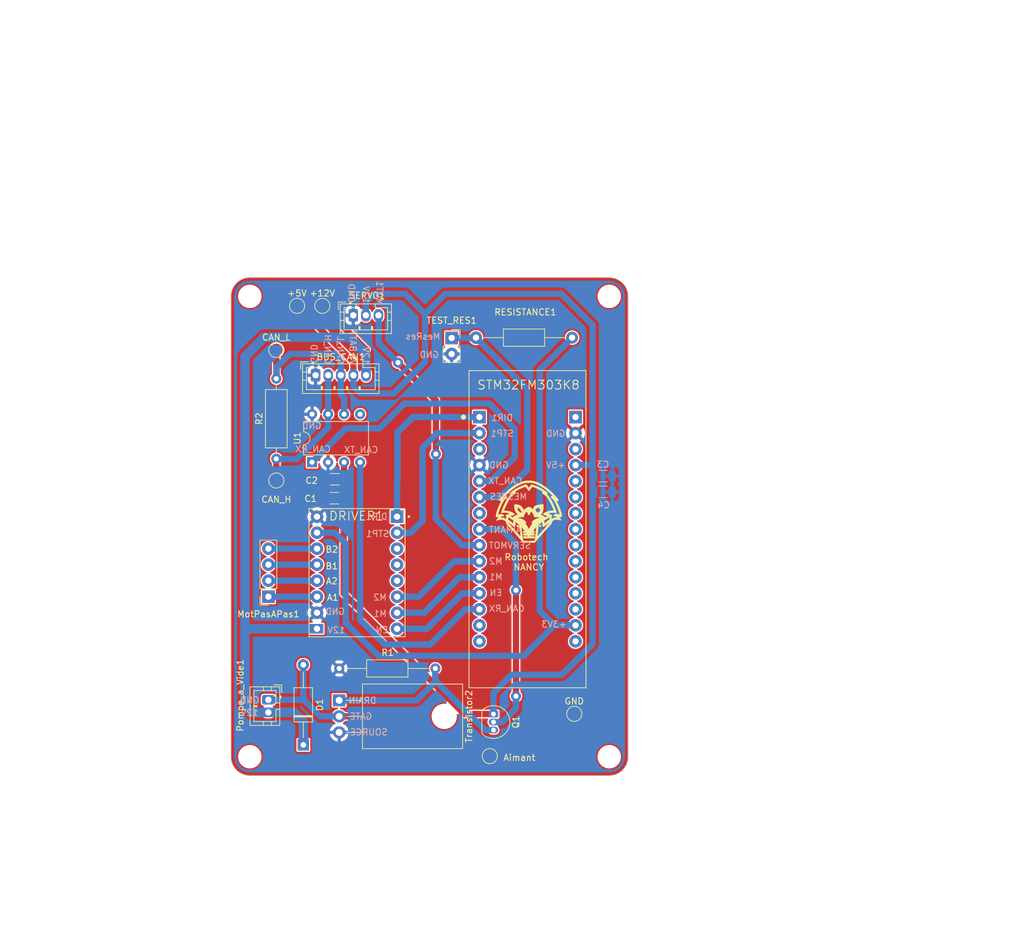
<source format=kicad_pcb>
(kicad_pcb (version 20211014) (generator pcbnew)
  (layers (0 "F.Cu" signal) (31 "B.Cu" signal) (34 "B.Paste" user) (35 "F.Paste" user) (36 "B.SilkS" user "B.Silkscreen") (37 "F.SilkS" user "F.Silkscreen") (38 "B.Mask" user) (39 "F.Mask" user) (44 "Edge.Cuts" user))
  (net 0 "")
  (net 1 "Net-(RESISTANCE1-Pad2)")
  (net 2 "MOT1")
  (net 4 "GND")
  (net 5 "+5V")
  (net 6 "CAN_TX")
  (net 7 "CAN_RX")
  (net 8 "+3V3")
  (net 9 "CAN_L")
  (net 10 "CAN_H")
  (net 13 "Stp1")
  (net 14 "Dir1")
  (net 17 "2B")
  (net 18 "2A")
  (net 19 "1A")
  (net 20 "1B")
  (net 21 "M2")
  (net 22 "M1")
  (net 23 "EN")
  (net 35 "Net-(D1-Pad2)")
  (net 36 "AIMANT")
  (net 37 "+12V")
  (net 41 "Net-(Transistor2-Pad1)")
  (footprint "Connector_PinSocket_2.54mm:PinSocket_1x02_P2.54mm_Vertical" (layer "F.Cu") (at 175.006 69.596)
    (fp_text reference "TEST_RES1" (at 0 -2.77) (layer "F.SilkS"))
    (fp_text value "Conn_01x02")
    (pad "1" thru_hole rect locked (at 0 0) (size 2 2) (drill 1) (layers *.Cu *.Mask) (net 1 "Net-(RESISTANCE1-Pad2)"))
    (pad "2" thru_hole oval locked (at 0 2.54) (size 2 2) (drill 1) (layers *.Cu *.Mask) (net 4 "GND"))
  )
  (footprint "Diode_THT:D_A-405_P12.70mm_Horizontal" (layer "F.Cu") (at 151.485 134.125 90)
    (fp_text reference "D1" (at 6.35 2.6 90) (layer "F.SilkS"))
    (fp_text value "D")
    (pad "1" thru_hole rect locked (at 0 0 90) (size 1.8 1.8) (drill 0.9) (layers *.Cu *.Mask) (net 37 "+12V"))
    (pad "2" thru_hole oval locked (at 12.7 0 90) (size 1.8 1.8) (drill 0.9) (layers *.Cu *.Mask) (net 35 "Net-(D1-Pad2)"))
  )
  (footprint "Connector_JST:JST_PH_B2B-PH-K_1x02_P2.00mm_Vertical" (layer "F.Cu") (at 145.939 126.973 -90)
    (fp_text reference "Pompe_a_Vide1" (at -0.698 4.454 90) (layer "F.SilkS"))
    (fp_text value "Conn_01x02")
    (pad "1" thru_hole roundrect locked (at 0 0 270) (size 1.5 2) (drill 1) (layers *.Cu *.Mask) (roundrect_rratio 0.208333) (net 35 "Net-(D1-Pad2)"))
    (pad "2" thru_hole oval locked (at 2 0 270) (size 1.5 2) (drill 1) (layers *.Cu *.Mask) (net 37 "+12V"))
  )
  (footprint "Connector_JST:JST_PH_B3B-PH-K_1x03_P2.00mm_Vertical" (layer "F.Cu") (at 159.4 66)
    (fp_text reference "SERVO1" (at 2.2 -3.125) (layer "F.SilkS"))
    (fp_text value "Conn_01x03")
    (pad "1" thru_hole roundrect locked (at 0 0) (size 1.5 2) (drill 1) (layers *.Cu *.Mask) (roundrect_rratio 0.208333) (net 4 "GND"))
    (pad "2" thru_hole oval locked (at 2 0) (size 1.5 2) (drill 1) (layers *.Cu *.Mask) (net 5 "+5V"))
    (pad "3" thru_hole oval locked (at 4 0) (size 1.5 2) (drill 1) (layers *.Cu *.Mask) (net 2 "MOT1"))
  )
  (footprint "Package_DIP:DIP-8_W7.62mm" (layer "F.Cu") (at 152.87 89.3 90)
    (fp_text reference "U1" (at 3.81 -2.33 90) (layer "F.SilkS"))
    (fp_text value "MCP2551-I-P")
    (pad "1" thru_hole rect locked (at 0 0 90) (size 1.6 1.6) (drill 0.8) (layers *.Cu *.Mask) (net 6 "CAN_TX"))
    (pad "2" thru_hole oval locked (at 0 2.54 90) (size 1.6 1.6) (drill 0.8) (layers *.Cu *.Mask) (net 4 "GND"))
    (pad "3" thru_hole oval locked (at 0 5.08 90) (size 1.6 1.6) (drill 0.8) (layers *.Cu *.Mask) (net 5 "+5V"))
    (pad "4" thru_hole oval locked (at 0 7.62 90) (size 1.6 1.6) (drill 0.8) (layers *.Cu *.Mask) (net 7 "CAN_RX"))
    (pad "5" thru_hole oval locked (at 7.62 7.62 90) (size 1.6 1.6) (drill 0.8) (layers *.Cu *.Mask))
    (pad "6" thru_hole oval locked (at 7.62 5.08 90) (size 1.6 1.6) (drill 0.8) (layers *.Cu *.Mask) (net 9 "CAN_L"))
    (pad "7" thru_hole oval locked (at 7.62 2.54 90) (size 1.6 1.6) (drill 0.8) (layers *.Cu *.Mask) (net 10 "CAN_H"))
    (pad "8" thru_hole oval locked (at 7.62 0 90) (size 1.6 1.6) (drill 0.8) (layers *.Cu *.Mask) (net 4 "GND"))
  )
  (footprint "Capacitor_SMD:C_1206_3216Metric" (layer "F.Cu") (at 156.4 95 180)
    (fp_text reference "C1" (at 3.75 -0.075) (layer "F.SilkS"))
    (fp_text value "1µF")
    (pad "1" smd roundrect locked (at -1.475 0 180) (size 1.15 1.8) (layers "F.Cu" "F.Paste" "F.Mask") (roundrect_rratio 0.217391) (net 5 "+5V"))
    (pad "2" smd roundrect locked (at 1.475 0 180) (size 1.15 1.8) (layers "F.Cu" "F.Paste" "F.Mask") (roundrect_rratio 0.217391) (net 4 "GND"))
  )
  (footprint "Logos:logoRobotechNancy10x10" (layer "F.Cu") (at 187.25 97)
    (fp_text reference "G***" hide)
    (fp_text value "LOGO" hide)
  )
  (footprint "TestPoint:TestPoint_Pad_D2.0mm" (layer "F.Cu") (at 150.5 64.5)
    (fp_text reference "+5V" (at 0 -1.998) (layer "F.SilkS"))
    (fp_text value "TestPoint")
    (pad "1" smd circle locked (at 0 0) (size 2 2) (layers "F.Cu" "F.Mask") (net 5 "+5V"))
  )
  (footprint "Package_TO_SOT_THT:TO-220-3_Horizontal_TabDown" (layer "F.Cu") (at 157.17 127.06 -90)
    (fp_text reference "Transistor2" (at 2.54 -20.58 90) (layer "F.SilkS"))
    (fp_text value "IRFZ44NPBF")
    (pad "" np_thru_hole oval locked (at 2.54 -16.66 270) (size 3.5 3.5) (drill 3.5) (layers *.Cu *.Mask))
    (pad "1" thru_hole rect locked (at 0 0 270) (size 1.905 2) (drill 1.1) (layers *.Cu *.Mask) (net 41 "Net-(Transistor2-Pad1)"))
    (pad "2" thru_hole oval locked (at 2.54 0 270) (size 1.905 2) (drill 1.1) (layers *.Cu *.Mask) (net 35 "Net-(D1-Pad2)"))
    (pad "3" thru_hole oval locked (at 5.08 0 270) (size 1.905 2) (drill 1.1) (layers *.Cu *.Mask) (net 4 "GND"))
  )
  (footprint "empreinte:MODULE_TMC2208_SILENTSTEPSTICK" (layer "F.Cu") (at 160 106.82)
    (fp_text reference "DRIVER1" (at -0.0981 -8.9936) (layer "F.SilkS") (effects (font (size 1.4 1.4))))
    (fp_text value "TMC2208_SILENTSTEPSTICK")
    (pad "JP1_1" thru_hole rect (at 6.35 -8.89) (size 2 2) (drill 1) (layers *.Cu *.Mask) (net 14 "Dir1"))
    (pad "JP1_2" thru_hole circle (at 6.35 -6.35) (size 2 2) (drill 1) (layers *.Cu *.Mask) (net 13 "Stp1"))
    (pad "JP1_3" thru_hole circle (at 6.35 -3.81) (size 2 2) (drill 1) (layers *.Cu *.Mask))
    (pad "JP1_4" thru_hole circle (at 6.35 -1.27) (size 2 2) (drill 1) (layers *.Cu *.Mask))
    (pad "JP1_5" thru_hole circle (at 6.35 1.27) (size 2 2) (drill 1) (layers *.Cu *.Mask))
    (pad "JP1_6" thru_hole circle (at 6.35 3.81) (size 2 2) (drill 1) (layers *.Cu *.Mask) (net 21 "M2"))
    (pad "JP1_7" thru_hole circle (at 6.35 6.35) (size 2 2) (drill 1) (layers *.Cu *.Mask) (net 22 "M1"))
    (pad "JP1_8" thru_hole circle (at 6.35 8.89) (size 2 2) (drill 1) (layers *.Cu *.Mask) (net 23 "EN"))
    (pad "JP2_1" thru_hole rect (at -6.35 8.89) (size 2 1.524) (drill 1) (layers *.Cu *.Mask) (net 37 "+12V"))
    (pad "JP2_2" thru_hole circle (at -6.35 6.35) (size 2 2) (drill 1) (layers *.Cu *.Mask) (net 4 "GND"))
    (pad "JP2_3" thru_hole circle (at -6.35 3.81) (size 2 2) (drill 1) (layers *.Cu *.Mask) (net 18 "2A"))
    (pad "JP2_4" thru_hole circle (at -6.35 1.27) (size 2 2) (drill 1) (layers *.Cu *.Mask) (net 19 "1A"))
    (pad "JP2_5" thru_hole circle (at -6.35 -1.27) (size 2 2) (drill 1) (layers *.Cu *.Mask) (net 20 "1B"))
    (pad "JP2_6" thru_hole circle (at -6.35 -3.81) (size 2 2) (drill 1) (layers *.Cu *.Mask) (net 17 "2B"))
    (pad "JP2_7" thru_hole circle (at -6.35 -6.35) (size 2 2) (drill 1) (layers *.Cu *.Mask) (net 8 "+3V3"))
    (pad "JP2_8" thru_hole circle (at -6.35 -8.89) (size 2 2) (drill 1) (layers *.Cu *.Mask) (net 4 "GND"))
  )
  (footprint "Connector_PinSocket_2.54mm:PinSocket_1x04_P2.54mm_Vertical" (layer "F.Cu") (at 145.9484 110.62 180)
    (fp_text reference "MotPasAPas1" (at 0 -2.77) (layer "F.SilkS"))
    (fp_text value "Conn_01x04")
    (pad "1" thru_hole rect locked (at 0 0 180) (size 2 2) (drill 1) (layers *.Cu *.Mask) (net 18 "2A"))
    (pad "2" thru_hole oval locked (at 0 2.54 180) (size 2 2) (drill 1) (layers *.Cu *.Mask) (net 19 "1A"))
    (pad "3" thru_hole oval locked (at 0 5.08 180) (size 2 2) (drill 1) (layers *.Cu *.Mask) (net 20 "1B"))
    (pad "4" thru_hole oval locked (at 0 7.62 180) (size 2 2) (drill 1) (layers *.Cu *.Mask) (net 17 "2B"))
  )
  (footprint "Package_TO_SOT_THT:TO-92_Inline" (layer "F.Cu") (at 181.64 129.23 -90)
    (fp_text reference "Q1" (at 1.27 -3.56 90) (layer "F.SilkS"))
    (fp_text value "BC557")
    (pad "1" thru_hole rect locked (at 0 0 270) (size 1.05 1.5) (drill 0.75) (layers *.Cu *.Mask) (net 5 "+5V"))
    (pad "2" thru_hole oval locked (at 1.27 0 270) (size 1.05 1.5) (drill 0.75) (layers *.Cu *.Mask) (net 36 "AIMANT"))
    (pad "3" thru_hole oval locked (at 2.54 0 270) (size 1.05 1.5) (drill 0.75) (layers *.Cu *.Mask) (net 41 "Net-(Transistor2-Pad1)"))
  )
  (footprint "MountingHole:MountingHole_3.2mm_M3" (layer "F.Cu") (at 200 136)
    (fp_text reference "REF**" hide)
    (fp_text value "MountingHole_3.2mm_M3")
    (pad "" np_thru_hole circle locked (at 0 0) (size 3.2 3.2) (drill 3.2) (layers *.Cu *.Mask))
  )
  (footprint "MountingHole:MountingHole_3.2mm_M3" (layer "F.Cu") (at 143 63)
    (fp_text reference "REF**" hide)
    (fp_text value "MountingHole_3.2mm_M3")
    (pad "" np_thru_hole circle locked (at 0 0) (size 3.2 3.2) (drill 3.2) (layers *.Cu *.Mask))
  )
  (footprint "TestPoint:TestPoint_Pad_D2.0mm" (layer "F.Cu") (at 147.2 71.5)
    (fp_text reference "CAN_L" (at 0 -1.998) (layer "F.SilkS"))
    (fp_text value "TestPoint")
    (pad "1" smd circle locked (at 0 0) (size 2 2) (layers "F.Cu" "F.Mask") (net 9 "CAN_L"))
  )
  (footprint "TestPoint:TestPoint_Pad_D2.0mm" (layer "F.Cu") (at 181.05 135.9)
    (fp_text reference "Aimant" (at 4.7 0.25) (layer "F.SilkS"))
    (fp_text value "TestPoint")
    (pad "1" smd circle locked (at 0 0) (size 2 2) (layers "F.Cu" "F.Mask") (net 35 "Net-(D1-Pad2)"))
  )
  (footprint "MountingHole:MountingHole_3.2mm_M3" (layer "F.Cu") (at 143 136)
    (fp_text reference "REF**" hide)
    (fp_text value "MountingHole_3.2mm_M3")
    (pad "" np_thru_hole circle locked (at 0 0) (size 3.2 3.2) (drill 3.2) (layers *.Cu *.Mask))
  )
  (footprint "Capacitor_SMD:C_1206_3216Metric" (layer "F.Cu") (at 156.475 92 180)
    (fp_text reference "C2" (at 3.675 -0.2) (layer "F.SilkS"))
    (fp_text value "1pF")
    (pad "1" smd roundrect locked (at -1.475 0 180) (size 1.15 1.8) (layers "F.Cu" "F.Paste" "F.Mask") (roundrect_rratio 0.217391) (net 5 "+5V"))
    (pad "2" smd roundrect locked (at 1.475 0 180) (size 1.15 1.8) (layers "F.Cu" "F.Paste" "F.Mask") (roundrect_rratio 0.217391) (net 4 "GND"))
  )
  (footprint "empreinte:MODULE_NUCLEO-F303K8" (layer "F.Cu") (at 187.0306 99.92)
    (fp_text reference "STM32FM303K8" (at 0.1694 -22.87) (layer "F.SilkS") (effects (font (size 1.402378 1.402378))))
    (fp_text value "NUCLEO-F303K8")
    (pad "3.1" thru_hole rect (at -7.62 -17.78) (size 2 2) (drill 1) (layers *.Cu *.Mask) (net 14 "Dir1"))
    (pad "3.2" thru_hole circle (at -7.62 -15.24) (size 2 2) (drill 1) (layers *.Cu *.Mask) (net 13 "Stp1"))
    (pad "3.3" thru_hole circle (at -7.62 -12.7) (size 2 2) (drill 1) (layers *.Cu *.Mask))
    (pad "3.4" thru_hole circle (at -7.62 -10.16) (size 2 2) (drill 1) (layers *.Cu *.Mask) (net 4 "GND"))
    (pad "3.5" thru_hole circle (at -7.62 -7.62) (size 2 2) (drill 1) (layers *.Cu *.Mask) (net 6 "CAN_TX"))
    (pad "3.6" thru_hole circle (at -7.62 -5.08) (size 2 2) (drill 1) (layers *.Cu *.Mask) (net 1 "Net-(RESISTANCE1-Pad2)"))
    (pad "3.7" thru_hole circle (at -7.62 -2.54) (size 2 2) (drill 1) (layers *.Cu *.Mask))
    (pad "3.8" thru_hole circle (at -7.62 0) (size 2 2) (drill 1) (layers *.Cu *.Mask) (net 36 "AIMANT"))
    (pad "3.9" thru_hole circle (at -7.62 2.54) (size 2 2) (drill 1) (layers *.Cu *.Mask) (net 2 "MOT1"))
    (pad "3.10" thru_hole circle (at -7.62 5.08) (size 2 2) (drill 1) (layers *.Cu *.Mask) (net 21 "M2"))
    (pad "3.11" thru_hole circle (at -7.62 7.62) (size 2 2) (drill 1) (layers *.Cu *.Mask) (net 22 "M1"))
    (pad "3.12" thru_hole circle (at -7.62 10.16) (size 2 2) (drill 1) (layers *.Cu *.Mask) (net 23 "EN"))
    (pad "3.13" thru_hole circle (at -7.62 12.7) (size 2 2) (drill 1) (layers *.Cu *.Mask) (net 7 "CAN_RX"))
    (pad "3.14" thru_hole circle (at -7.62 15.24) (size 2 2) (drill 1) (layers *.Cu *.Mask))
    (pad "3.15" thru_hole circle (at -7.62 17.78) (size 2 2) (drill 1) (layers *.Cu *.Mask))
    (pad "4.1" thru_hole rect (at 7.62 -17.78) (size 2 2) (drill 1) (layers *.Cu *.Mask))
    (pad "4.2" thru_hole circle (at 7.62 -15.24) (size 2 2) (drill 1) (layers *.Cu *.Mask) (net 4 "GND"))
    (pad "4.3" thru_hole circle (at 7.62 -12.7) (size 2 2) (drill 1) (layers *.Cu *.Mask))
    (pad "4.4" thru_hole circle (at 7.62 -10.16) (size 2 2) (drill 1) (layers *.Cu *.Mask) (net 5 "+5V"))
    (pad "4.5" thru_hole circle (at 7.62 -7.62) (size 2 2) (drill 1) (layers *.Cu *.Mask))
    (pad "4.6" thru_hole circle (at 7.62 -5.08) (size 2 2) (drill 1) (layers *.Cu *.Mask))
    (pad "4.7" thru_hole circle (at 7.62 -2.54) (size 2 2) (drill 1) (layers *.Cu *.Mask))
    (pad "4.8" thru_hole circle (at 7.62 0) (size 2 2) (drill 1) (layers *.Cu *.Mask))
    (pad "4.9" thru_hole circle (at 7.62 2.54) (size 2 2) (drill 1) (layers *.Cu *.Mask))
    (pad "4.10" thru_hole circle (at 7.62 5.08) (size 2 2) (drill 1) (layers *.Cu *.Mask))
    (pad "4.11" thru_hole circle (at 7.62 7.62) (size 2 2) (drill 1) (layers *.Cu *.Mask))
    (pad "4.12" thru_hole circle (at 7.62 10.16) (size 2 2) (drill 1) (layers *.Cu *.Mask))
    (pad "4.13" thru_hole circle (at 7.62 12.7) (size 2 2) (drill 1) (layers *.Cu *.Mask))
    (pad "4.14" thru_hole circle (at 7.62 15.24) (size 2 2) (drill 1) (layers *.Cu *.Mask) (net 8 "+3V3"))
    (pad "4.15" thru_hole circle (at 7.62 17.78) (size 2 2) (drill 1) (layers *.Cu *.Mask))
  )
  (footprint "TestPoint:TestPoint_Pad_D2.0mm" (layer "F.Cu") (at 194.45 129.2)
    (fp_text reference "GND" (at 0 -1.998) (layer "F.SilkS"))
    (fp_text value "TestPoint")
    (pad "1" smd circle locked (at 0 0) (size 2 2) (layers "F.Cu" "F.Mask") (net 4 "GND"))
  )
  (footprint "TestPoint:TestPoint_Pad_D2.0mm" (layer "F.Cu") (at 147.2 92.2)
    (fp_text reference "CAN_H" (at 0 3) (layer "F.SilkS"))
    (fp_text value "TestPoint")
    (pad "1" smd circle locked (at 0 0) (size 2 2) (layers "F.Cu" "F.Mask") (net 10 "CAN_H"))
  )
  (footprint "Connector_JST:JST_PH_B5B-PH-K_1x05_P2.00mm_Vertical" (layer "F.Cu") (at 153.4292 75.4976)
    (fp_text reference "BUS_CAN1" (at 4 -2.9) (layer "F.SilkS"))
    (fp_text value "Conn_01x05")
    (pad "1" thru_hole roundrect locked (at 0 0) (size 1.5 2) (drill 1) (layers *.Cu *.Mask) (roundrect_rratio 0.208333) (net 4 "GND"))
    (pad "2" thru_hole oval locked (at 2 0) (size 1.5 2) (drill 1) (layers *.Cu *.Mask) (net 10 "CAN_H"))
    (pad "3" thru_hole oval locked (at 4 0) (size 1.5 2) (drill 1) (layers *.Cu *.Mask) (net 9 "CAN_L"))
    (pad "4" thru_hole oval locked (at 6 0) (size 1.5 2) (drill 1) (layers *.Cu *.Mask) (net 5 "+5V"))
    (pad "5" thru_hole oval locked (at 8 0) (size 1.5 2) (drill 1) (layers *.Cu *.Mask) (net 37 "+12V"))
  )
  (footprint "TestPoint:TestPoint_Pad_D2.0mm" (layer "F.Cu") (at 154.5 64.5)
    (fp_text reference "+12V" (at 0 -1.998) (layer "F.SilkS"))
    (fp_text value "TestPoint")
    (pad "1" smd circle locked (at 0 0) (size 2 2) (layers "F.Cu" "F.Mask") (net 37 "+12V"))
  )
  (footprint "Resistor_THT:R_Axial_DIN0207_L6.3mm_D2.5mm_P15.24mm_Horizontal" (layer "F.Cu") (at 194.1068 69.5452 180)
    (fp_text reference "RESISTANCE1" (at 7.4068 4.0452) (layer "F.SilkS"))
    (fp_text value "1000 Ohms")
    (pad "1" thru_hole circle locked (at 0 0 180) (size 1.9 1.9) (drill 1) (layers *.Cu *.Mask) (net 8 "+3V3"))
    (pad "2" thru_hole oval locked (at 15.24 0 180) (size 1.9 2) (drill 1) (layers *.Cu *.Mask) (net 1 "Net-(RESISTANCE1-Pad2)"))
  )
  (footprint "Resistor_THT:R_Axial_DIN0207_L6.3mm_D2.5mm_P15.24mm_Horizontal" (layer "F.Cu") (at 157.18 122)
    (fp_text reference "R1" (at 7.685 -2.5) (layer "F.SilkS"))
    (fp_text value "R")
    (pad "1" thru_hole circle locked (at 0 0) (size 1.6 1.6) (drill 0.8) (layers *.Cu *.Mask) (net 4 "GND"))
    (pad "2" thru_hole oval locked (at 15.24 0) (size 1.6 1.6) (drill 0.8) (layers *.Cu *.Mask) (net 41 "Net-(Transistor2-Pad1)"))
  )
  (footprint "MountingHole:MountingHole_3.2mm_M3" (layer "F.Cu") (at 200 63)
    (fp_text reference "REF**" hide)
    (fp_text value "MountingHole_3.2mm_M3")
    (pad "" np_thru_hole circle locked (at 0 0) (size 3.2 3.2) (drill 3.2) (layers *.Cu *.Mask))
  )
  (footprint "Resistor_THT:R_Axial_DIN0309_L9.0mm_D3.2mm_P12.70mm_Horizontal" (layer "F.Cu") (at 147.2 88.75 90)
    (fp_text reference "R2" (at 6.35 -2.72 90) (layer "F.SilkS"))
    (fp_text value "R")
    (pad "1" thru_hole circle locked (at 0 0 90) (size 1.6 1.6) (drill 0.8) (layers *.Cu *.Mask) (net 10 "CAN_H"))
    (pad "2" thru_hole oval locked (at 12.7 0 90) (size 1.6 1.6) (drill 0.8) (layers *.Cu *.Mask) (net 9 "CAN_L"))
  )
  (footprint "Capacitor_SMD:C_1206_3216Metric" (layer "B.Cu") (at 199 94 180)
    (fp_text reference "C4" (at -0.1 -2.1) (layer "B.SilkS") (effects (justify mirror)))
    (fp_text value "1µF")
    (pad "1" smd roundrect locked (at -1.475 0 180) (size 1.15 1.8) (layers "B.Cu" "B.Paste" "B.Mask") (roundrect_rratio 0.217391) (net 4 "GND"))
    (pad "2" smd roundrect locked (at 1.475 0 180) (size 1.15 1.8) (layers "B.Cu" "B.Paste" "B.Mask") (roundrect_rratio 0.217391) (net 5 "+5V"))
  )
  (footprint "Capacitor_SMD:C_1206_3216Metric" (layer "B.Cu") (at 199 91.5 180)
    (fp_text reference "C3" (at 0 1.85) (layer "B.SilkS") (effects (justify mirror)))
    (fp_text value "1pF")
    (pad "1" smd roundrect locked (at -1.475 0 180) (size 1.15 1.8) (layers "B.Cu" "B.Paste" "B.Mask") (roundrect_rratio 0.217391) (net 4 "GND"))
    (pad "2" smd roundrect locked (at 1.475 0 180) (size 1.15 1.8) (layers "B.Cu" "B.Paste" "B.Mask") (roundrect_rratio 0.217391) (net 5 "+5V"))
  )
  (gr_arc (start 200 60) (mid 202.12132 60.87868) (end 203 63) (layer "Edge.Cuts") (width 0.1))
  (gr_line (start 200 60) (end 143 60) (layer "Edge.Cuts") (width 0.1))
  (gr_arc (start 140 63) (mid 140.87868 60.87868) (end 143 60) (layer "Edge.Cuts") (width 0.1))
  (gr_line (start 203 136) (end 203 63) (layer "Edge.Cuts") (width 0.1))
  (gr_line (start 200 139) (end 143 139) (layer "Edge.Cuts") (width 0.1))
  (gr_arc (start 143 139) (mid 140.87868 138.12132) (end 140 136) (layer "Edge.Cuts") (width 0.1))
  (gr_line (start 140 63) (end 140 136) (layer "Edge.Cuts") (width 0.1))
  (gr_arc (start 203 136) (mid 202.12132 138.12132) (end 200 139) (layer "Edge.Cuts") (width 0.1))
  (gr_text "SOURCE" (at 161.865 132.1) (layer "B.SilkS") (effects (font (size 1 1)) (justify mirror)))
  (gr_text "M1" (at 163.65 113.325) (layer "B.SilkS") (effects (font (size 1 1)) (justify mirror)))
  (gr_text "M1" (at 182 107.5) (layer "B.SilkS") (effects (font (size 1 1)) (justify mirror)))
  (gr_text "CAN_RX" (at 153.025 87.225) (layer "B.SilkS") (effects (font (size 1 1)) (justify mirror)))
  (gr_text "EN\n" (at 163.95 115.9) (layer "B.SilkS") (effects (font (size 1 1)) (justify mirror)))
  (gr_text "12V\n" (at 161.4 72.4 -90) (layer "B.SilkS") (effects (font (size 1 1)) (justify mirror)))
  (gr_text "MOT1\n" (at 163.575 62.475 -90) (layer "B.SilkS") (effects (font (size 1 1)) (justify mirror)))
  (gr_text "GATE" (at 160.615 129.6) (layer "B.SilkS") (effects (font (size 1 1)) (justify mirror)))
  (gr_text "12V\n" (at 142.985 129.025) (layer "B.SilkS") (effects (font (size 1 1)) (justify mirror)))
  (gr_text "CAN_TX" (at 183.5 92.25) (layer "B.SilkS") (effects (font (size 1 1)) (justify mirror)))
  (gr_text "GND" (at 152.825 83.525) (layer "B.SilkS") (effects (font (size 1 1)) (justify mirror)))
  (gr_text "CAN_RX" (at 183.75 112.5) (layer "B.SilkS") (effects (font (size 1 1)) (justify mirror)))
  (gr_text "DIR1\n" (at 163.1 97.925) (layer "B.SilkS") (effects (font (size 1 1)) (justify mirror)))
  (gr_text "+3V3" (at 191.25 115) (layer "B.SilkS") (effects (font (size 1 1)) (justify mirror)))
  (gr_text "CAN_H\n" (at 155.35 71.4 -90) (layer "B.SilkS") (effects (font (size 1 1)) (justify mirror)))
  (gr_text "GND" (at 191.5 84.75) (layer "B.SilkS") (effects (font (size 1 1)) (justify mirror)))
  (gr_text "+5V" (at 191.5 89.75) (layer "B.SilkS") (effects (font (size 1 1)) (justify mirror)))
  (gr_text "GND" (at 156.525 112.975) (layer "B.SilkS") (effects (font (size 1 1)) (justify mirror)))
  (gr_text "SERVMOT" (at 184.25 102.5) (layer "B.SilkS") (effects (font (size 1 1)) (justify mirror)))
  (gr_text "DRAIN" (at 160.865 127.1) (layer "B.SilkS") (effects (font (size 1 1)) (justify mirror)))
  (gr_text "GND" (at 153.15 72.1 -90) (layer "B.SilkS") (effects (font (size 1 1)) (justify mirror)))
  (gr_text "STP1" (at 163.25 100.65) (layer "B.SilkS") (effects (font (size 1 1)) (justify mirror)))
  (gr_text "DIR1\n" (at 183 82.25) (layer "B.SilkS") (effects (font (size 1 1)) (justify mirror)))
  (gr_text "M2" (at 182 105) (layer "B.SilkS") (effects (font (size 1 1)) (justify mirror)))
  (gr_text "CAN_TX" (at 160.65 87.325) (layer "B.SilkS") (effects (font (size 1 1)) (justify mirror)))
  (gr_text "GND" (at 182.5 89.75) (layer "B.SilkS") (effects (font (size 1 1)) (justify mirror)))
  (gr_text "MesRes\n" (at 170.45 69.35) (layer "B.SilkS") (effects (font (size 1 1)) (justify mirror)))
  (gr_text "12V\n" (at 156.7 115.925) (layer "B.SilkS") (effects (font (size 1 1)) (justify mirror)))
  (gr_text "12V\n" (at 161.45 62.725 -90) (layer "B.SilkS") (effects (font (size 1 1)) (justify mirror)))
  (gr_text "GND" (at 171.45 72.25) (layer "B.SilkS") (effects (font (size 1 1)) (justify mirror)))
  (gr_text "EN" (at 182 110) (layer "B.SilkS") (effects (font (size 1 1)) (justify mirror)))
  (gr_text "AIMANT" (at 183.5 100) (layer "B.SilkS") (effects (font (size 1 1)) (justify mirror)))
  (gr_text "M2" (at 163.65 110.725) (layer "B.SilkS") (effects (font (size 1 1)) (justify mirror)))
  (gr_text "MESRES" (at 184 94.75) (layer "B.SilkS") (effects (font (size 1 1)) (justify mirror)))
  (gr_text "GND" (at 142.985 127.025) (layer "B.SilkS") (effects (font (size 1 1)) (justify mirror)))
  (gr_text "V+BATT" (at 159.35 71.15 -90) (layer "B.SilkS") (effects (font (size 1 1)) (justify mirror)))
  (gr_text "CAN_L\n" (at 157.4 71.5 -90) (layer "B.SilkS") (effects (font (size 1 1)) (justify mirror)))
  (gr_text "STP1" (at 183 84.75) (layer "B.SilkS") (effects (font (size 1 1)) (justify mirror)))
  (gr_text "GND\n" (at 159.1 62.5 -90) (layer "B.SilkS") (effects (font (size 1 1)) (justify mirror)))
  (gr_text "A2" (at 156 108.15) (layer "F.SilkS") (effects (font (size 1 1))))
  (gr_text "Robotech\n NANCY" (at 186.864742 105.141228) (layer "F.SilkS") (effects (font (size 1 1))))
  (gr_text "B2" (at 156 103.125) (layer "F.SilkS") (effects (font (size 1 1))))
  (gr_text "B1" (at 156 105.775) (layer "F.SilkS") (effects (font (size 1 1))))
  (gr_text "A1" (at 156.15 110.75) (layer "F.SilkS") (effects (font (size 1 1))))
  (segment (start 179.4106 94.84) (end 182.6804 94.84) (width 1) (layer "B.Cu") (net 1))
  (segment (start 175.006 69.596) (end 178.816 69.596) (width 1) (layer "B.Cu") (net 1))
  (segment (start 187 90.5204) (end 187 77.6784) (width 1) (layer "B.Cu") (net 1))
  (segment (start 182.6804 94.84) (end 187 90.5204) (width 1) (layer "B.Cu") (net 1))
  (segment (start 178.816 69.596) (end 178.8668 69.5452) (width 1) (layer "B.Cu") (net 1))
  (segment (start 187 77.6784) (end 178.8668 69.5452) (width 1) (layer "B.Cu") (net 1))
  (segment (start 172.5 79.5) (end 172.5 88) (width 1) (layer "F.Cu") (net 2))
  (segment (start 166.5 73.5) (end 172.5 79.5) (width 1) (layer "F.Cu") (net 2))
  (via (at 172.5 88) (size 1.6) (drill 0.8) (layers "F.Cu" "B.Cu") (net 2))
  (via (at 166.5 73.5) (size 1.6) (drill 0.8) (layers "F.Cu" "B.Cu") (net 2))
  (segment (start 163.4424 70.4424) (end 166.5 73.5) (width 1) (layer "B.Cu") (net 2))
  (segment (start 163.4424 66.0424) (end 163.4424 70.4424) (width 1) (layer "B.Cu") (net 2))
  (segment (start 163.4 66) (end 163.4424 66.0424) (width 1) (layer "B.Cu") (net 2))
  (segment (start 176.6788 102.46) (end 172.5 98.2812) (width 1) (layer "B.Cu") (net 2))
  (segment (start 172.5 98.2812) (end 172.5 88) (width 1) (layer "B.Cu") (net 2))
  (segment (start 179.4106 102.46) (end 176.6788 102.46) (width 1) (layer "B.Cu") (net 2))
  (segment (start 153.7073 97.3736) (end 153.6973 97.3836) (width 0.5) (layer "B.Cu") (net 4))
  (segment (start 153.6973 97.3836) (end 153.65 97.3836) (width 0.5) (layer "B.Cu") (net 4))
  (segment (start 157.95 92) (end 157.95 94.925) (width 1) (layer "F.Cu") (net 5))
  (segment (start 157.95 94.925) (end 157.875 95) (width 1) (layer "F.Cu") (net 5))
  (segment (start 181.64 129.23) (end 176.994858 129.23) (width 1) (layer "F.Cu") (net 5))
  (segment (start 157.95 89.3) (end 157.95 92) (width 1) (layer "F.Cu") (net 5))
  (segment (start 159.4292 73.4292) (end 159.4292 75.4976) (width 1) (layer "F.Cu") (net 5))
  (segment (start 150.5 64.5) (end 159.4292 73.4292) (width 1) (layer "F.Cu") (net 5))
  (segment (start 176.994858 129.23) (end 157.875 110.110142) (width 1) (layer "F.Cu") (net 5))
  (segment (start 157.875 110.110142) (end 157.875 95) (width 1) (layer "F.Cu") (net 5))
  (segment (start 159.4292 77.2292) (end 160.6 78.4) (width 1) (layer "B.Cu") (net 5))
  (segment (start 197.36 89.76) (end 197.36 67.56) (width 1) (layer "B.Cu") (net 5))
  (segment (start 197.36 118.14) (end 197.36 89.76) (width 1) (layer "B.Cu") (net 5))
  (segment (start 197.36 67.56) (end 192.4 62.6) (width 1) (layer "B.Cu") (net 5))
  (segment (start 184.5 123) (end 181.64 125.86) (width 1) (layer "B.Cu") (net 5))
  (segment (start 197.36 89.76) (end 194.6506 89.76) (width 1) (layer "B.Cu") (net 5))
  (segment (start 197.36 118.14) (end 192.5 123) (width 1) (layer "B.Cu") (net 5))
  (segment (start 161.4 66) (end 161.4 64) (width 1) (layer "B.Cu") (net 5))
  (segment (start 161.4 64) (end 162.8 62.6) (width 1) (layer "B.Cu") (net 5))
  (segment (start 159.4292 75.4976) (end 159.4292 77.2292) (width 1) (layer "B.Cu") (net 5))
  (segment (start 170.8 73.4) (end 170.8 65.8) (width 1) (layer "B.Cu") (net 5))
  (segment (start 181.64 125.86) (end 181.64 129.23) (width 1) (layer "B.Cu") (net 5))
  (segment (start 192.5 123) (end 184.5 123) (width 1) (layer "B.Cu") (net 5))
  (segment (start 174 62.6) (end 192.4 62.6) (width 1) (layer "B.Cu") (net 5))
  (segment (start 170.8 65.8) (end 174 62.6) (width 1) (layer "B.Cu") (net 5))
  (segment (start 167.6 62.6) (end 162.8 62.6) (width 1) (layer "B.Cu") (net 5))
  (segment (start 165.8 78.4) (end 170.8 73.4) (width 1) (layer "B.Cu") (net 5))
  (segment (start 170.8 65.8) (end 167.6 62.6) (width 1) (layer "B.Cu") (net 5))
  (segment (start 160.6 78.4) (end 165.8 78.4) (width 1) (layer "B.Cu") (net 5))
  (segment (start 181.2 92.3) (end 179.4106 92.3) (width 1) (layer "B.Cu") (net 6))
  (segment (start 163.58 83.92) (end 167.5 80) (width 1) (layer "B.Cu") (net 6))
  (segment (start 185 84) (end 185 88.5) (width 1) (layer "B.Cu") (net 6))
  (segment (start 152.87 89.3) (end 158.25 83.92) (width 1) (layer "B.Cu") (net 6))
  (segment (start 181 80) (end 185 84) (width 1) (layer "B.Cu") (net 6))
  (segment (start 158.25 83.92) (end 163.58 83.92) (width 1) (layer "B.Cu") (net 6))
  (segment (start 167.5 80) (end 181 80) (width 1) (layer "B.Cu") (net 6))
  (segment (start 185 88.5) (end 181.2 92.3) (width 1) (layer "B.Cu") (net 6))
  (segment (start 160.49 114.29) (end 160.49 89.3) (width 1) (layer "B.Cu") (net 7))
  (segment (start 179.4106 112.62) (end 177.18 112.62) (width 1) (layer "B.Cu") (net 7))
  (segment (start 164.4 118.2) (end 160.49 114.29) (width 1) (layer "B.Cu") (net 7))
  (segment (start 177.18 112.62) (end 171.6 118.2) (width 1) (layer "B.Cu") (net 7))
  (segment (start 171.6 118.2) (end 164.4 118.2) (width 1) (layer "B.Cu") (net 7))
  (segment (start 188.977 74.675) (end 188.977 112.852) (width 1) (layer "B.Cu") (net 8))
  (segment (start 188.977 112.852) (end 191.285 115.16) (width 1) (layer "B.Cu") (net 8))
  (segment (start 158.2 102.2) (end 156.47 100.47) (width 1) (layer "B.Cu") (net 8))
  (segment (start 156.47 100.47) (end 153.65 100.47) (width 1) (layer "B.Cu") (net 8))
  (segment (start 194.1068 69.5452) (end 188.977 74.675) (width 1) (layer "B.Cu") (net 8))
  (segment (start 158.2 114.8) (end 158.2 102.2) (width 1) (layer "B.Cu") (net 8))
  (segment (start 163.4 120) (end 186.445 120) (width 1) (layer "B.Cu") (net 8))
  (segment (start 186.445 120) (end 191.285 115.16) (width 1) (layer "B.Cu") (net 8))
  (segment (start 191.285 115.16) (end 194.6506 115.16) (width 1) (layer "B.Cu") (net 8))
  (segment (start 163.4 120) (end 158.2 114.8) (width 1) (layer "B.Cu") (net 8))
  (segment (start 147.2 76.05) (end 147.2 71.7) (width 1) (layer "F.Cu") (net 9))
  (segment (start 147.2 71.7) (end 147 71.5) (width 1) (layer "F.Cu") (net 9))
  (segment (start 157.4292 78.5792) (end 157.95 79.1) (width 1) (layer "B.Cu") (net 9))
  (segment (start 157.95 79.1) (end 157.95 81.68) (width 1) (layer "B.Cu") (net 9))
  (segment (start 157.4292 75.4976) (end 157.4292 78.5792) (width 1) (layer "B.Cu") (net 9))
  (segment (start 157.4292 75.4976) (end 157.4292 73.0504) (width 1) (layer "B.Cu") (net 9))
  (segment (start 156.5148 72.136) (end 149.3524 72.136) (width 1) (layer "B.Cu") (net 9))
  (segment (start 149.3524 72.136) (end 147.2692 74.2192) (width 1) (layer "B.Cu") (net 9))
  (segment (start 147.2692 74.2192) (end 147.2692 76.0984) (width 1) (layer "B.Cu") (net 9))
  (segment (start 157.4292 73.0504) (end 156.5148 72.136) (width 1) (layer "B.Cu") (net 9))
  (segment (start 147.2 92.1) (end 147.3 92.2) (width 1) (layer "F.Cu") (net 10))
  (segment (start 147.2 88.75) (end 147.2 92.1) (width 1) (layer "F.Cu") (net 10))
  (segment (start 155.41 83.82) (end 155.41 81.68) (width 1) (layer "B.Cu") (net 10))
  (segment (start 155.4292 81.6608) (end 155.41 81.68) (width 0.5) (layer "B.Cu") (net 10))
  (segment (start 147.2692 88.7984) (end 150.4316 88.7984) (width 1) (layer "B.Cu") (net 10))
  (segment (start 150.4316 88.7984) (end 155.41 83.82) (width 1) (layer "B.Cu") (net 10))
  (segment (start 155.4292 75.4976) (end 155.4292 81.6608) (width 1) (layer "B.Cu") (net 10))
  (segment (start 168.53 100.47) (end 166.35 100.47) (width 1) (layer "B.Cu") (net 13))
  (segment (start 170.4 98.6) (end 168.53 100.47) (width 1) (layer "B.Cu") (net 13))
  (segment (start 170.4 87) (end 170.4 98.6) (width 1) (layer "B.Cu") (net 13))
  (segment (start 179.4106 84.68) (end 172.72 84.68) (width 1) (layer "B.Cu") (net 13))
  (segment (start 172.72 84.68) (end 170.4 87) (width 1) (layer "B.Cu") (net 13))
  (segment (start 166.4173 84.5827) (end 166.4173 92.2363) (width 1) (layer "B.Cu") (net 14))
  (segment (start 168.86 82.14) (end 166.4173 84.5827) (width 1) (layer "B.Cu") (net 14))
  (segment (start 166.4173 92.2363) (end 166.35 92.3036) (width 1) (layer "B.Cu") (net 14))
  (segment (start 179.4106 82.14) (end 168.86 82.14) (width 1) (layer "B.Cu") (net 14))
  (segment (start 166.35 92.3036) (end 166.35 97.93) (width 1) (layer "B.Cu") (net 14))
  (segment (start 145.9484 103) (end 153.7073 103) (width 1) (layer "B.Cu") (net 17))
  (segment (start 145.9484 110.62) (end 153.7073 110.62) (width 1) (layer "B.Cu") (net 18))
  (segment (start 145.9484 108.08) (end 153.64 108.08) (width 1) (layer "B.Cu") (net 19))
  (segment (start 145.9484 105.54) (end 153.7073 105.54) (width 1) (layer "B.Cu") (net 20))
  (segment (start 175.4 105) (end 179.4106 105) (width 1) (layer "B.Cu") (net 21))
  (segment (start 169.77 110.63) (end 175.4 105) (width 1) (layer "B.Cu") (net 21))
  (segment (start 166.35 110.63) (end 169.77 110.63) (width 1) (layer "B.Cu") (net 21))
  (segment (start 170.63 113.17) (end 176.26 107.54) (width 1) (layer "B.Cu") (net 22))
  (segment (start 166.35 113.17) (end 170.63 113.17) (width 1) (layer "B.Cu") (net 22))
  (segment (start 176.26 107.54) (end 179.4106 107.54) (width 1) (layer "B.Cu") (net 22))
  (segment (start 166.35 115.71) (end 171.09 115.71) (width 1) (layer "B.Cu") (net 23))
  (segment (start 176.72 110.08) (end 179.4106 110.08) (width 1) (layer "B.Cu") (net 23))
  (segment (start 171.09 115.71) (end 176.72 110.08) (width 1) (layer "B.Cu") (net 23))
  (segment (start 165 129.6) (end 171.3 135.9) (width 1) (layer "F.Cu") (net 35))
  (segment (start 171.3 135.9) (end 181.05 135.9) (width 1) (layer "F.Cu") (net 35))
  (segment (start 157.17 129.6) (end 165 129.6) (width 1) (layer "F.Cu") (net 35))
  (segment (start 151.573 126.973) (end 154.2 129.6) (width 1) (layer "B.Cu") (net 35))
  (segment (start 145.939 126.973) (end 151.573 126.973) (width 1) (layer "B.Cu") (net 35))
  (segment (start 151.485 126.885) (end 151.485 121.425) (width 1) (layer "B.Cu") (net 35))
  (segment (start 151.573 126.973) (end 151.485 126.885) (width 1) (layer "B.Cu") (net 35))
  (segment (start 154.2 129.6) (end 157.17 129.6) (width 1) (layer "B.Cu") (net 35))
  (segment (start 185.2 109.6) (end 185.2 126.4) (width 1) (layer "F.Cu") (net 36))
  (via (at 185.2 109.6) (size 1.6) (drill 0.8) (layers "F.Cu" "B.Cu") (net 36))
  (via (at 185.2 126.4) (size 1.6) (drill 0.8) (layers "F.Cu" "B.Cu") (net 36))
  (segment (start 181.64 130.5) (end 183.044022 130.5) (width 1) (layer "B.Cu") (net 36))
  (segment (start 185.2 102.2) (end 185.2 109.6) (width 1) (layer "B.Cu") (net 36))
  (segment (start 183.044022 130.5) (end 185.2 128.344022) (width 1) (layer "B.Cu") (net 36))
  (segment (start 182.92 99.92) (end 185.2 102.2) (width 1) (layer "B.Cu") (net 36))
  (segment (start 185.2 128.344022) (end 185.2 126.4) (width 1) (layer "B.Cu") (net 36))
  (segment (start 179.4106 99.92) (end 182.92 99.92) (width 1) (layer "B.Cu") (net 36))
  (segment (start 161.4292 71.5708) (end 161.4292 75.4976) (width 1) (layer "F.Cu") (net 37))
  (segment (start 154.5 64.5) (end 161.5 71.5) (width 1) (layer "F.Cu") (net 37))
  (segment (start 161.5 71.5) (end 161.4292 71.5708) (width 1) (layer "F.Cu") (net 37))
  (segment (start 153.65 115.71) (end 142.49 115.71) (width 1.5) (layer "B.Cu") (net 37))
  (segment (start 161.4292 75.4976) (end 161.4292 72.1042) (width 1.5) (layer "B.Cu") (net 37))
  (segment (start 161.4292 72.1042) (end 158.8194 69.4944) (width 1.5) (layer "B.Cu") (net 37))
  (segment (start 142.49 115.71) (end 142.24 115.96) (width 1) (layer "B.Cu") (net 37))
  (segment (start 143.373 128.973) (end 145.939 128.973) (width 1.5) (layer "B.Cu") (net 37))
  (segment (start 142.24 115.96) (end 142.24 127.84) (width 1.5) (layer "B.Cu") (net 37))
  (segment (start 151.485 130.485) (end 151.485 134.125) (width 1.5) (layer "B.Cu") (net 37))
  (segment (start 158.8194 69.4944) (end 145.288 69.4944) (width 1.5) (layer "B.Cu") (net 37))
  (segment (start 142.24 72.5424) (end 142.24 115.96) (width 1.5) (layer "B.Cu") (net 37))
  (segment (start 145.288 69.4944) (end 142.24 72.5424) (width 1.5) (layer "B.Cu") (net 37))
  (segment (start 149.973 128.973) (end 151.485 130.485) (width 1.5) (layer "B.Cu") (net 37))
  (segment (start 145.939 128.973) (end 149.973 128.973) (width 1.5) (layer "B.Cu") (net 37))
  (segment (start 142.24 127.84) (end 143.373 128.973) (width 1.5) (layer "B.Cu") (net 37))
  (segment (start 169.44 127.06) (end 172.42 124.08) (width 1) (layer "B.Cu") (net 41))
  (segment (start 172.42 124.08) (end 172.42 122) (width 1) (layer "B.Cu") (net 41))
  (segment (start 157.17 127.06) (end 169.44 127.06) (width 1) (layer "B.Cu") (net 41))
  (segment (start 180.27 131.77) (end 172.42 123.92) (width 1) (layer "B.Cu") (net 41))
  (segment (start 172.42 123.92) (end 172.42 122) (width 1) (layer "B.Cu") (net 41))
  (segment (start 181.64 131.77) (end 180.27 131.77) (width 1) (layer "B.Cu") (net 41))
  (zone (net 4) (net_name "GND") (layer "F.Cu") (connect_pads (clearance 0)) (min_thickness 0.254) (fill yes (thermal_gap 0.508) (thermal_bridge_width 0.508))
    (polygon (pts (xy 222 47) (xy 241 120) (xy 221 157) (xy 146 167) (xy 124 118) (xy 116 64) (xy 159 37)))
  )
  (zone locked (net 4) (net_name "GND") (layer "B.Cu") (connect_pads (clearance 0.508)) (min_thickness 0.254) (fill yes (thermal_gap 0.508) (thermal_bridge_width 0.508))
    (polygon (pts (xy 252.045952 151.531722) (xy 138.057654 164.725406) (xy 103.384902 79.030484) (xy 120.5484 52.2224) (xy 121.3104 51.7652) (xy 135.2804 45.0088) (xy 248.5644 44.3992)))
  )
  (zone (net 0) (net_name "") (layer "B.Cu") (connect_pads (clearance 0)) (min_thickness 0.254)
    (keepout (tracks allowed) (vias allowed) (pads allowed) (copperpour not_allowed) (footprints allowed))
    (fill (thermal_gap 0.508) (thermal_bridge_width 0.508))
    (polygon (pts (xy 151 71) (xy 150 71) (xy 148 72) (xy 148 70) (xy 149 70)))
  )
)
</source>
